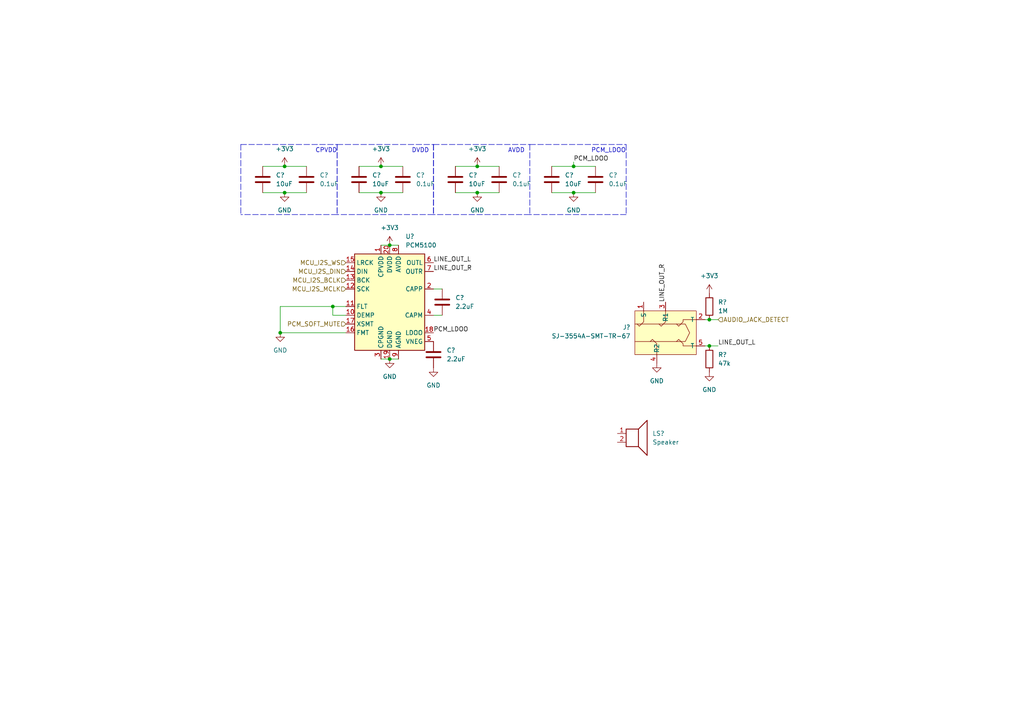
<source format=kicad_sch>
(kicad_sch (version 20211123) (generator eeschema)
  (paper "A4")
  (lib_symbols
    (symbol "Audio:PCM5100"
      (property "Reference" "U" (at -10.16 13.97 0))
      (property "Value" "PCM5100" (at 3.81 13.97 0))
      (symbol "PCM5100_0_1"
        (rectangle (start -10.16 12.7) (end 10.16 -15.24) (stroke (width 0.254)) (fill (type background)))
      )
      (symbol "PCM5100_1_1"
        (pin passive line (at -2.54 15.24 270) (length 2.54) (name "CPVDD") (number "1"))
        (pin input line (at -12.7 -5.08 0) (length 2.54) (name "DEMP") (number "10"))
        (pin input line (at -12.7 -2.54 0) (length 2.54) (name "FLT") (number "11"))
        (pin input line (at -12.7 2.54 0) (length 2.54) (name "SCK") (number "12"))
        (pin input line (at -12.7 5.08 0) (length 2.54) (name "BCK") (number "13"))
        (pin input line (at -12.7 7.62 0) (length 2.54) (name "DIN") (number "14"))
        (pin input line (at -12.7 10.16 0) (length 2.54) (name "LRCK") (number "15"))
        (pin input line (at -12.7 -10.16 0) (length 2.54) (name "FMT") (number "16"))
        (pin input line (at -12.7 -7.62 0) (length 2.54) (name "XSMT") (number "17"))
        (pin passive line (at 12.7 -10.16 180) (length 2.54) (name "LDOO") (number "18"))
        (pin power_in line (at 0 -17.78 90) (length 2.54) (name "DGND") (number "19"))
        (pin passive line (at 12.7 2.54 180) (length 2.54) (name "CAPP") (number "2"))
        (pin power_in line (at 0 15.24 270) (length 2.54) (name "DVDD") (number "20"))
        (pin power_in line (at -2.54 -17.78 90) (length 2.54) (name "CPGND") (number "3"))
        (pin passive line (at 12.7 -5.08 180) (length 2.54) (name "CAPM") (number "4"))
        (pin passive line (at 12.7 -12.7 180) (length 2.54) (name "VNEG") (number "5"))
        (pin output line (at 12.7 10.16 180) (length 2.54) (name "OUTL") (number "6"))
        (pin output line (at 12.7 7.62 180) (length 2.54) (name "OUTR") (number "7"))
        (pin power_in line (at 2.54 15.24 270) (length 2.54) (name "AVDD") (number "8"))
        (pin power_in line (at 2.54 -17.78 90) (length 2.54) (name "AGND") (number "9"))
      )
    )
    (symbol "Device:C" (pin_numbers hide) (pin_names (offset 0.254))
      (property "Reference" "C" (at 0.635 2.54 0))
      (property "Value" "C" (at 0.635 -2.54 0))
      (symbol "C_0_1"
        (polyline (pts (xy -2.032 -0.762) (xy 2.032 -0.762)) (stroke (width 0.508)))
        (polyline (pts (xy -2.032 0.762) (xy 2.032 0.762)) (stroke (width 0.508)))
      )
      (symbol "C_1_1"
        (pin passive line (at 0 3.81 270) (length 2.794) (name "~") (number "1"))
        (pin passive line (at 0 -3.81 90) (length 2.794) (name "~") (number "2"))
      )
    )
    (symbol "Device:R" (pin_numbers hide) (pin_names (offset 0))
      (property "Reference" "R" (at 2.032 0 90))
      (property "Value" "R" (at 0 0 90))
      (symbol "R_0_1"
        (rectangle (start -1.016 -2.54) (end 1.016 2.54) (stroke (width 0.254)))
      )
      (symbol "R_1_1"
        (pin passive line (at 0 3.81 270) (length 1.27) (name "~") (number "1"))
        (pin passive line (at 0 -3.81 90) (length 1.27) (name "~") (number "2"))
      )
    )
    (symbol "Device:Speaker" (pin_names (offset 0) hide)
      (property "Reference" "LS" (at 1.27 5.715 0))
      (property "Value" "Speaker" (at 1.27 3.81 0))
      (symbol "Speaker_0_0"
        (rectangle (start -2.54 1.27) (end 1.016 -3.81) (stroke (width 0.254)))
        (polyline (pts (xy 1.016 1.27) (xy 3.556 3.81) (xy 3.556 -6.35) (xy 1.016 -3.81)) (stroke (width 0.254)))
      )
      (symbol "Speaker_1_1"
        (pin input line (at -5.08 0 0) (length 2.54) (name "1") (number "1"))
        (pin input line (at -5.08 -2.54 0) (length 2.54) (name "2") (number "2"))
      )
    )
    (symbol "airsoft_controller:SJ-3554A-SMT-TR-67"
      (property "Reference" "J" (at 2.54 11.43 0))
      (property "Value" "SJ-3554A-SMT-TR-67" (at 12.7 8.89 0))
      (symbol "SJ-3554A-SMT-TR-67_0_0"
        (pin passive line (at -6.35 8.89 270) (length 2.54) (name "S") (number "1"))
        (pin passive line (at 11.43 3.81 180) (length 2.54) (name "T") (number "2"))
        (pin passive line (at 0 8.89 270) (length 2.54) (name "R1") (number "3"))
        (pin passive line (at -2.54 -8.89 90) (length 2.54) (name "R2") (number "4"))
        (pin passive line (at 11.43 -3.81 180) (length 2.54) (name "T") (number "5"))
      )
      (symbol "SJ-3554A-SMT-TR-67_0_1"
        (rectangle (start -8.89 6.35) (end 8.89 -6.35) (fill (type background)))
        (polyline (pts (xy -2.54 -6.35) (xy -2.54 -3.175) (xy -3.81 -1.905) (xy -4.445 -2.54)))
        (polyline (pts (xy 0 6.35) (xy 0 3.175) (xy -1.27 1.905) (xy -1.905 2.54)))
        (polyline (pts (xy -8.89 2.54) (xy 5.715 2.54) (xy 6.985 0) (xy 5.715 -2.54) (xy -8.89 -2.54)))
        (polyline (pts (xy -8.255 2.54) (xy -7.62 1.905) (xy -6.35 3.175) (xy -6.35 5.08) (xy -6.35 6.35)))
        (polyline (pts (xy 8.89 -3.81) (xy 5.08 -3.81) (xy 5.08 -3.175) (xy 3.81 -1.905) (xy 3.175 -2.54)))
        (polyline (pts (xy 8.89 3.81) (xy 5.08 3.81) (xy 5.08 3.175) (xy 3.81 1.905) (xy 3.175 2.54)))
      )
    )
    (symbol "power:+3V3" (power) (pin_names (offset 0))
      (property "Value" "+3V3" (at 0 3.556 0))
      (symbol "+3V3_0_1"
        (polyline (pts (xy -0.762 1.27) (xy 0 2.54)))
        (polyline (pts (xy 0 0) (xy 0 2.54)))
        (polyline (pts (xy 0 2.54) (xy 0.762 1.27)))
      )
      (symbol "+3V3_1_1"
        (pin power_in line (at 0 0 90) (length 0) hide (name "+3V3") (number "1"))
      )
    )
    (symbol "power:GND" (power) (pin_names (offset 0))
      (property "Value" "GND" (at 0 -3.81 0))
      (symbol "GND_0_1"
        (polyline (pts (xy 0 0) (xy 0 -1.27) (xy 1.27 -1.27) (xy 0 -2.54) (xy -1.27 -1.27) (xy 0 -1.27)))
      )
      (symbol "GND_1_1"
        (pin power_in line (at 0 0 270) (length 0) hide (name "GND") (number "1"))
      )
    )
  )
  (junction (at 110.49 48.26))
  (junction (at 166.37 55.88))
  (junction (at 96.52 88.9))
  (junction (at 205.74 100.33))
  (junction (at 82.55 55.88))
  (junction (at 81.28 96.52))
  (junction (at 82.55 48.26))
  (junction (at 138.43 48.26))
  (junction (at 138.43 55.88))
  (junction (at 166.37 48.26))
  (junction (at 205.74 92.71))
  (junction (at 113.03 71.12))
  (junction (at 110.49 55.88))
  (junction (at 113.03 104.14))
  (polyline (pts (xy 97.79 41.91) (xy 125.73 41.91)))
  (wire (pts (xy 125.73 91.44) (xy 128.27 91.44)))
  (wire (pts (xy 204.47 100.33) (xy 205.74 100.33)))
  (wire (pts (xy 132.08 48.26) (xy 138.43 48.26)))
  (polyline (pts (xy 125.73 62.23) (xy 97.79 62.23)))
  (wire (pts (xy 81.28 96.52) (xy 100.33 96.52)))
  (wire (pts (xy 138.43 55.88) (xy 144.78 55.88)))
  (wire (pts (xy 166.37 46.99) (xy 166.37 48.26)))
  (wire (pts (xy 81.28 88.9) (xy 81.28 96.52)))
  (wire (pts (xy 104.14 48.26) (xy 110.49 48.26)))
  (polyline (pts (xy 97.79 41.91) (xy 97.79 62.23)))
  (wire (pts (xy 113.03 71.12) (xy 115.57 71.12)))
  (wire (pts (xy 110.49 48.26) (xy 116.84 48.26)))
  (wire (pts (xy 166.37 55.88) (xy 172.72 55.88)))
  (wire (pts (xy 76.2 48.26) (xy 82.55 48.26)))
  (polyline (pts (xy 69.85 41.91) (xy 69.85 62.23)))
  (polyline (pts (xy 153.67 41.91) (xy 153.67 62.23)))
  (wire (pts (xy 96.52 91.44) (xy 96.52 88.9)))
  (wire (pts (xy 132.08 55.88) (xy 138.43 55.88)))
  (wire (pts (xy 160.02 48.26) (xy 166.37 48.26)))
  (polyline (pts (xy 125.73 41.91) (xy 153.67 41.91)))
  (wire (pts (xy 96.52 88.9) (xy 100.33 88.9)))
  (wire (pts (xy 76.2 55.88) (xy 82.55 55.88)))
  (wire (pts (xy 113.03 104.14) (xy 115.57 104.14)))
  (polyline (pts (xy 181.61 62.23) (xy 153.67 62.23)))
  (polyline (pts (xy 125.73 41.91) (xy 125.73 62.23)))
  (wire (pts (xy 82.55 48.26) (xy 88.9 48.26)))
  (polyline (pts (xy 153.67 41.91) (xy 181.61 41.91)))
  (wire (pts (xy 100.33 91.44) (xy 96.52 91.44)))
  (wire (pts (xy 81.28 88.9) (xy 96.52 88.9)))
  (polyline (pts (xy 181.61 41.91) (xy 181.61 62.23)))
  (polyline (pts (xy 125.73 41.91) (xy 125.73 62.23)))
  (wire (pts (xy 82.55 55.88) (xy 88.9 55.88)))
  (wire (pts (xy 138.43 48.26) (xy 144.78 48.26)))
  (wire (pts (xy 166.37 48.26) (xy 172.72 48.26)))
  (wire (pts (xy 110.49 71.12) (xy 113.03 71.12)))
  (polyline (pts (xy 153.67 62.23) (xy 125.73 62.23)))
  (wire (pts (xy 110.49 104.14) (xy 113.03 104.14)))
  (wire (pts (xy 205.74 92.71) (xy 208.28 92.71)))
  (polyline (pts (xy 69.85 41.91) (xy 97.79 41.91)))
  (wire (pts (xy 204.47 92.71) (xy 205.74 92.71)))
  (wire (pts (xy 160.02 55.88) (xy 166.37 55.88)))
  (polyline (pts (xy 97.79 41.91) (xy 97.79 62.23)))
  (wire (pts (xy 104.14 55.88) (xy 110.49 55.88)))
  (wire (pts (xy 205.74 100.33) (xy 208.28 100.33)))
  (wire (pts (xy 110.49 55.88) (xy 116.84 55.88)))
  (polyline (pts (xy 97.79 62.23) (xy 69.85 62.23)))
  (wire (pts (xy 125.73 83.82) (xy 128.27 83.82)))
  (text "CPVDD" (at 91.44 44.45 0) (effects (font (size 1.27 1.27)) (justify left bottom)))
  (text "DVDD" (at 119.38 44.45 0) (effects (font (size 1.27 1.27)) (justify left bottom)))
  (text "PCM_LDOO" (at 171.45 44.45 0) (effects (font (size 1.27 1.27)) (justify left bottom)))
  (text "AVDD" (at 147.32 44.45 0) (effects (font (size 1.27 1.27)) (justify left bottom)))
  (label "LINE_OUT_R" (at 193.04 87.63 90))
  (label "PCM_LDOO" (at 166.37 46.99 0))
  (label "LINE_OUT_R" (at 125.73 78.74 0))
  (label "LINE_OUT_L" (at 208.28 100.33 0))
  (label "PCM_LDOO" (at 125.73 96.52 0))
  (label "LINE_OUT_L" (at 125.73 76.2 0))
  (hierarchical_label "PCM_SOFT_MUTE" (shape input) (at 100.33 93.98 180))
  (hierarchical_label "MCU_I2S_MCLK" (shape input) (at 100.33 83.82 180))
  (hierarchical_label "MCU_I2S_BCLK" (shape input) (at 100.33 81.28 180))
  (hierarchical_label "MCU_I2S_DIN" (shape input) (at 100.33 78.74 180))
  (hierarchical_label "AUDIO_JACK_DETECT" (shape input) (at 208.28 92.71 0))
  (hierarchical_label "MCU_I2S_WS" (shape input) (at 100.33 76.2 180))
  (symbol (lib_id "power:+3V3") (at 113.03 71.12 0) (unit 1)
    (property "Reference" "#PWR?" (effects hide))
    (property "Value" "+3V3" (at 113.03 66.04 0))
  )
  (symbol (lib_id "power:GND") (at 190.5 105.41 0) (unit 1)
    (property "Reference" "#PWR?" (effects hide))
    (property "Value" "GND" (at 190.5 110.49 0))
  )
  (symbol (lib_id "Device:C") (at 125.73 102.87 0) (unit 1)
    (property "Reference" "C?" (at 129.54 101.5999 0) (effects (justify left)))
    (property "Value" "2.2uF" (at 129.54 104.1399 0) (effects (justify left)))
  )
  (symbol (lib_id "power:GND") (at 113.03 104.14 0) (unit 1)
    (property "Reference" "#PWR?" (effects hide))
    (property "Value" "GND" (at 113.03 109.22 0))
  )
  (symbol (lib_id "Audio:PCM5100") (at 113.03 86.36 0) (unit 1)
    (property "Reference" "U?" (at 117.5894 68.58 0) (effects (justify left)))
    (property "Value" "PCM5100" (at 117.5894 71.12 0) (effects (justify left)))
    (property "Footprint" "Package_SO:TSSOP-20_4.4x6.5mm_P0.65mm" (effects hide))
    (property "Datasheet" "http://www.ti.com/lit/ds/symlink/pcm5100.pdf" (effects hide))
  )
  (symbol (lib_id "Device:C") (at 128.27 87.63 0) (unit 1)
    (property "Reference" "C?" (at 132.08 86.3599 0) (effects (justify left)))
    (property "Value" "2.2uF" (at 132.08 88.8999 0) (effects (justify left)))
  )
  (symbol (lib_id "Device:C") (at 172.72 52.07 0) (unit 1)
    (property "Reference" "C?" (at 176.53 50.7999 0) (effects (justify left)))
    (property "Value" "0.1uF" (at 176.53 53.3399 0) (effects (justify left)))
  )
  (symbol (lib_id "Device:C") (at 144.78 52.07 0) (unit 1)
    (property "Reference" "C?" (at 148.59 50.7999 0) (effects (justify left)))
    (property "Value" "0.1uF" (at 148.59 53.3399 0) (effects (justify left)))
  )
  (symbol (lib_id "power:GND") (at 82.55 55.88 0) (unit 1)
    (property "Reference" "#PWR?" (effects hide))
    (property "Value" "GND" (at 82.55 60.96 0))
  )
  (symbol (lib_id "Device:Speaker") (at 184.15 125.73 0) (unit 1)
    (property "Reference" "LS?" (at 189.23 125.7299 0) (effects (justify left)))
    (property "Value" "Speaker" (at 189.23 128.2699 0) (effects (justify left)))
  )
  (symbol (lib_id "power:+3V3") (at 82.55 48.26 0) (unit 1)
    (property "Reference" "#PWR?" (effects hide))
    (property "Value" "+3V3" (at 82.55 43.18 0))
  )
  (symbol (lib_id "Device:C") (at 88.9 52.07 0) (unit 1)
    (property "Reference" "C?" (at 92.71 50.7999 0) (effects (justify left)))
    (property "Value" "0.1uF" (at 92.71 53.3399 0) (effects (justify left)))
  )
  (symbol (lib_id "power:+3V3") (at 138.43 48.26 0) (unit 1)
    (property "Reference" "#PWR?" (effects hide))
    (property "Value" "+3V3" (at 138.43 43.18 0))
  )
  (symbol (lib_id "Device:C") (at 116.84 52.07 0) (unit 1)
    (property "Reference" "C?" (at 120.65 50.7999 0) (effects (justify left)))
    (property "Value" "0.1uF" (at 120.65 53.3399 0) (effects (justify left)))
  )
  (symbol (lib_id "Device:R") (at 205.74 88.9 0) (unit 1)
    (property "Reference" "R?" (at 208.28 87.6299 0) (effects (justify left)))
    (property "Value" "1M" (at 208.28 90.1699 0) (effects (justify left)))
  )
  (symbol (lib_id "airsoft_controller:SJ-3554A-SMT-TR-67") (at 193.04 96.52 0) (unit 1)
    (property "Reference" "J?" (at 182.88 94.9324 0) (effects (justify right)))
    (property "Value" "SJ-3554A-SMT-TR-67" (at 182.88 97.4724 0) (effects (justify right)))
  )
  (symbol (lib_id "power:GND") (at 81.28 96.52 0) (unit 1)
    (property "Reference" "#PWR?" (effects hide))
    (property "Value" "GND" (at 81.28 101.6 0))
  )
  (symbol (lib_id "Device:C") (at 104.14 52.07 0) (unit 1)
    (property "Reference" "C?" (at 107.95 50.7999 0) (effects (justify left)))
    (property "Value" "10uF" (at 107.95 53.3399 0) (effects (justify left)))
  )
  (symbol (lib_id "Device:C") (at 160.02 52.07 0) (unit 1)
    (property "Reference" "C?" (at 163.83 50.7999 0) (effects (justify left)))
    (property "Value" "10uF" (at 163.83 53.3399 0) (effects (justify left)))
  )
  (symbol (lib_id "Device:R") (at 205.74 104.14 0) (unit 1)
    (property "Reference" "R?" (at 208.28 102.8699 0) (effects (justify left)))
    (property "Value" "47k" (at 208.28 105.4099 0) (effects (justify left)))
  )
  (symbol (lib_id "power:GND") (at 125.73 106.68 0) (unit 1)
    (property "Reference" "#PWR?" (effects hide))
    (property "Value" "GND" (at 125.73 111.76 0))
  )
  (symbol (lib_id "power:+3V3") (at 110.49 48.26 0) (unit 1)
    (property "Reference" "#PWR?" (effects hide))
    (property "Value" "+3V3" (at 110.49 43.18 0))
  )
  (symbol (lib_id "power:GND") (at 166.37 55.88 0) (unit 1)
    (property "Reference" "#PWR?" (effects hide))
    (property "Value" "GND" (at 166.37 60.96 0))
  )
  (symbol (lib_id "Device:C") (at 132.08 52.07 0) (unit 1)
    (property "Reference" "C?" (at 135.89 50.7999 0) (effects (justify left)))
    (property "Value" "10uF" (at 135.89 53.3399 0) (effects (justify left)))
  )
  (symbol (lib_id "power:+3V3") (at 205.74 85.09 0) (unit 1)
    (property "Reference" "#PWR?" (effects hide))
    (property "Value" "+3V3" (at 205.74 80.01 0))
  )
  (symbol (lib_id "power:GND") (at 205.74 107.95 0) (unit 1)
    (property "Reference" "#PWR?" (effects hide))
    (property "Value" "GND" (at 205.74 113.03 0))
  )
  (symbol (lib_id "power:GND") (at 110.49 55.88 0) (unit 1)
    (property "Reference" "#PWR?" (effects hide))
    (property "Value" "GND" (at 110.49 60.96 0))
  )
  (symbol (lib_id "Device:C") (at 76.2 52.07 0) (unit 1)
    (property "Reference" "C?" (at 80.01 50.7999 0) (effects (justify left)))
    (property "Value" "10uF" (at 80.01 53.3399 0) (effects (justify left)))
  )
  (symbol (lib_id "power:GND") (at 138.43 55.88 0) (unit 1)
    (property "Reference" "#PWR?" (effects hide))
    (property "Value" "GND" (at 138.43 60.96 0))
  )
)
</source>
